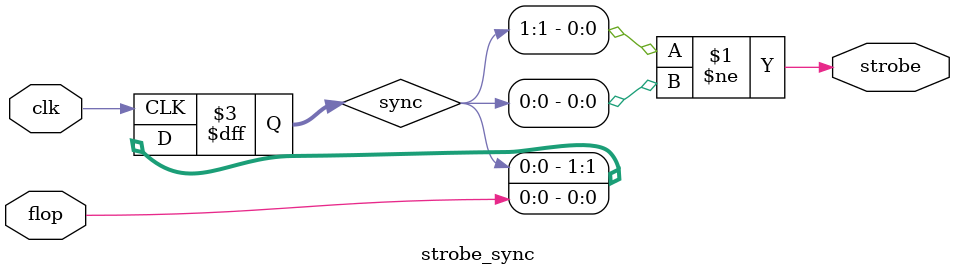
<source format=v>
/** \file
 * Utility modules.
 */
`ifndef util_v
`define util_v

`define CLOG2(x) \
   x <= 2	 ? 1 : \
   x <= 4	 ? 2 : \
   x <= 8	 ? 3 : \
   x <= 16	 ? 4 : \
   x <= 32	 ? 5 : \
   x <= 64	 ? 6 : \
   x <= 128	 ? 7 : \
   x <= 256	 ? 8 : \
   x <= 512	 ? 9 : \
   x <= 1024	 ? 10 : \
   x <= 2048	 ? 11 : \
   x <= 4096	 ? 12 : \
   x <= 8192	 ? 13 : \
   x <= 16384	 ? 14 : \
   x <= 32768	 ? 15 : \
   x <= 65536	 ? 16 : \
   x <= 131072	 ? 17 : \
   x <= 262144	 ? 18 : \
   -1

`define hexdigit(x) ( \
	x == 0 ? "0" : \
	x == 1 ? "1" : \
	x == 2 ? "2" : \
	x == 3 ? "3" : \
	x == 4 ? "4" : \
	x == 5 ? "5" : \
	x == 6 ? "6" : \
	x == 7 ? "7" : \
	x == 8 ? "8" : \
	x == 9 ? "9" : \
	x == 10 ? "a" : \
	x == 11 ? "b" : \
	x == 12 ? "c" : \
	x == 13 ? "d" : \
	x == 14 ? "e" : \
	x == 15 ? "f" : \
	"?" )

module divide_by_n(
	input clk,
	input reset,
	output reg out
);
	parameter N = 2;

	reg [`CLOG2(N)-1:0] counter;

	always @(posedge clk)
	begin
		out <= 0;

		if (reset)
			counter <= 0;
		else
		if (counter == 0)
		begin
			out <= 1;
			counter <= N - 1;
		end else
			counter <= counter - 1;
	end
endmodule

module pwm(
	input clk,
	input [BITS-1:0] bright,
	output out
);
	parameter BITS = 8;

	reg [BITS-1:0] counter;
	assign out = counter < bright;

	always @(posedge clk)
		counter <= counter + 1;

endmodule


/************************************************************************
 *
 * Random utility modules.
 *
 * Micah Dowty <micah@navi.cx>
 *
 ************************************************************************/


module d_flipflop(clk, reset, d_in, d_out);
   input clk, reset, d_in;
   output d_out;

   reg    d_out;

   always @(posedge clk or posedge reset)
     if (reset) begin
         d_out   <= 0;
     end
     else begin
         d_out   <= d_in;
     end
endmodule


module d_flipflop_pair(clk, reset, d_in, d_out);
   input  clk, reset, d_in;
   output d_out;
   wire   intermediate;

   d_flipflop dff1(clk, reset, d_in, intermediate);
   d_flipflop dff2(clk, reset, intermediate, d_out);
endmodule


/*
 * A set/reset flipflop which is set on sync_set and reset by sync_reset.
 */
module set_reset_flipflop(clk, reset, sync_set, sync_reset, out);
   input clk, reset, sync_set, sync_reset;
   output out;
   reg    out;

   always @(posedge clk or posedge reset)
     if (reset)
       out   <= 0;
     else if (sync_set)
       out   <= 1;
     else if (sync_reset)
       out   <= 0;
endmodule


/*
 * Pulse stretcher.
 *
 * When the input goes high, the output goes high
 * for as long as the input is high, or as long as
 * it takes our timer to roll over- whichever is
 * longer.
 */
module pulse_stretcher(clk, reset, in, out);
   parameter BITS = 20;

   input  clk, reset, in;
   output out;
   reg    out;

   reg [BITS-1:0] counter;

   always @(posedge clk or posedge reset)
     if (reset) begin
        out <= 0;
        counter <= 0;
     end
     else if (counter == 0) begin
        out <= in;
        counter <= in ? 1 : 0;
     end
     else if (&counter) begin
        if (in) begin
           out <= 1;
        end
        else begin
           out <= 0;
           counter <= 0;
        end
     end
     else begin
        out <= 1;
        counter <= counter + 1;
     end
endmodule


/*
 * Clock crossing strobe.
 *
 * The input should switch polarity to signal changes,
 * which will be translated into single clock strobes in the clk domain.
 */
module strobe_sync(
	input clk,
	input flop,
	output strobe
);
	parameter DELAY = 1;
	reg [DELAY:0] sync;
	assign strobe = sync[DELAY] != sync[DELAY-1];

	always @(posedge clk)
		sync <= { sync[DELAY-1:0], flop };
endmodule


`endif

</source>
